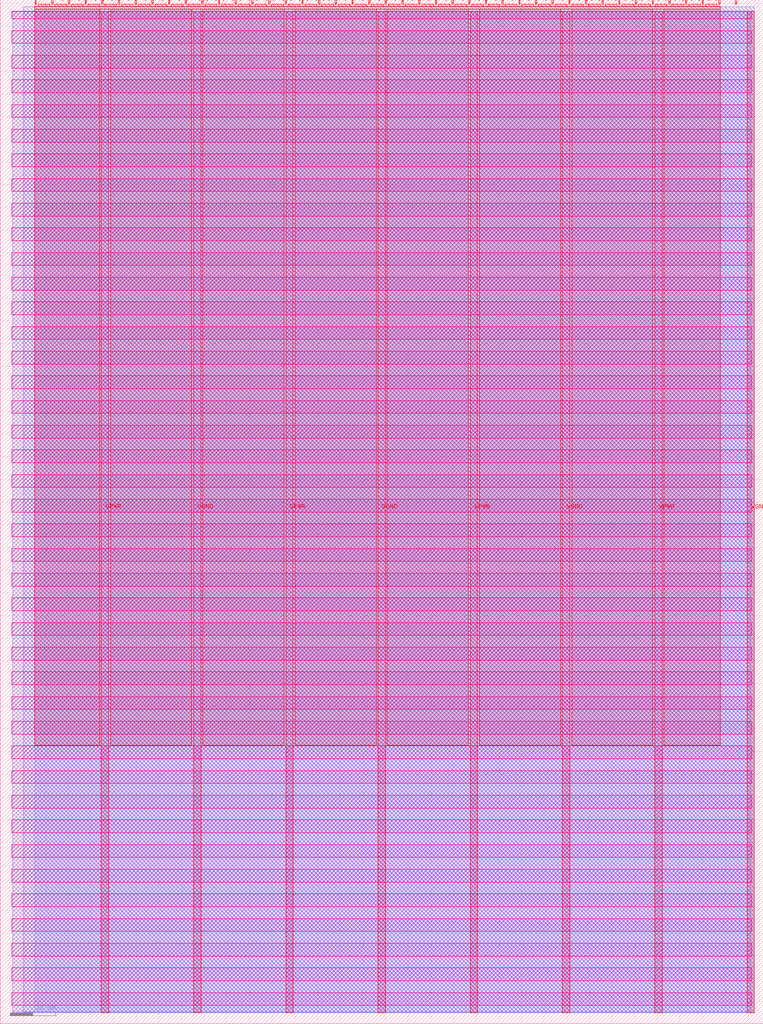
<source format=lef>
VERSION 5.7 ;
  NOWIREEXTENSIONATPIN ON ;
  DIVIDERCHAR "/" ;
  BUSBITCHARS "[]" ;
MACRO tt_um_AES
  CLASS BLOCK ;
  FOREIGN tt_um_AES ;
  ORIGIN 0.000 0.000 ;
  SIZE 168.360 BY 225.760 ;
  PIN VGND
    DIRECTION INOUT ;
    USE GROUND ;
    PORT
      LAYER met4 ;
        RECT 42.670 2.480 44.270 223.280 ;
    END
    PORT
      LAYER met4 ;
        RECT 83.380 2.480 84.980 223.280 ;
    END
    PORT
      LAYER met4 ;
        RECT 124.090 2.480 125.690 223.280 ;
    END
    PORT
      LAYER met4 ;
        RECT 164.800 2.480 166.400 223.280 ;
    END
  END VGND
  PIN VPWR
    DIRECTION INOUT ;
    USE POWER ;
    PORT
      LAYER met4 ;
        RECT 22.315 2.480 23.915 223.280 ;
    END
    PORT
      LAYER met4 ;
        RECT 63.025 2.480 64.625 223.280 ;
    END
    PORT
      LAYER met4 ;
        RECT 103.735 2.480 105.335 223.280 ;
    END
    PORT
      LAYER met4 ;
        RECT 144.445 2.480 146.045 223.280 ;
    END
  END VPWR
  PIN clk
    DIRECTION INPUT ;
    USE SIGNAL ;
    ANTENNAGATEAREA 0.852000 ;
    PORT
      LAYER met4 ;
        RECT 158.550 224.760 158.850 225.760 ;
    END
  END clk
  PIN ena
    DIRECTION INPUT ;
    USE SIGNAL ;
    PORT
      LAYER met4 ;
        RECT 162.230 224.760 162.530 225.760 ;
    END
  END ena
  PIN rst_n
    DIRECTION INPUT ;
    USE SIGNAL ;
    ANTENNAGATEAREA 0.196500 ;
    PORT
      LAYER met4 ;
        RECT 154.870 224.760 155.170 225.760 ;
    END
  END rst_n
  PIN ui_in[0]
    DIRECTION INPUT ;
    USE SIGNAL ;
    ANTENNAGATEAREA 0.196500 ;
    PORT
      LAYER met4 ;
        RECT 151.190 224.760 151.490 225.760 ;
    END
  END ui_in[0]
  PIN ui_in[1]
    DIRECTION INPUT ;
    USE SIGNAL ;
    ANTENNAGATEAREA 0.196500 ;
    PORT
      LAYER met4 ;
        RECT 147.510 224.760 147.810 225.760 ;
    END
  END ui_in[1]
  PIN ui_in[2]
    DIRECTION INPUT ;
    USE SIGNAL ;
    ANTENNAGATEAREA 0.196500 ;
    PORT
      LAYER met4 ;
        RECT 143.830 224.760 144.130 225.760 ;
    END
  END ui_in[2]
  PIN ui_in[3]
    DIRECTION INPUT ;
    USE SIGNAL ;
    ANTENNAGATEAREA 0.196500 ;
    PORT
      LAYER met4 ;
        RECT 140.150 224.760 140.450 225.760 ;
    END
  END ui_in[3]
  PIN ui_in[4]
    DIRECTION INPUT ;
    USE SIGNAL ;
    ANTENNAGATEAREA 0.196500 ;
    PORT
      LAYER met4 ;
        RECT 136.470 224.760 136.770 225.760 ;
    END
  END ui_in[4]
  PIN ui_in[5]
    DIRECTION INPUT ;
    USE SIGNAL ;
    ANTENNAGATEAREA 0.196500 ;
    PORT
      LAYER met4 ;
        RECT 132.790 224.760 133.090 225.760 ;
    END
  END ui_in[5]
  PIN ui_in[6]
    DIRECTION INPUT ;
    USE SIGNAL ;
    ANTENNAGATEAREA 0.196500 ;
    PORT
      LAYER met4 ;
        RECT 129.110 224.760 129.410 225.760 ;
    END
  END ui_in[6]
  PIN ui_in[7]
    DIRECTION INPUT ;
    USE SIGNAL ;
    ANTENNAGATEAREA 0.196500 ;
    PORT
      LAYER met4 ;
        RECT 125.430 224.760 125.730 225.760 ;
    END
  END ui_in[7]
  PIN uio_in[0]
    DIRECTION INPUT ;
    USE SIGNAL ;
    ANTENNAGATEAREA 0.196500 ;
    PORT
      LAYER met4 ;
        RECT 121.750 224.760 122.050 225.760 ;
    END
  END uio_in[0]
  PIN uio_in[1]
    DIRECTION INPUT ;
    USE SIGNAL ;
    ANTENNAGATEAREA 0.196500 ;
    PORT
      LAYER met4 ;
        RECT 118.070 224.760 118.370 225.760 ;
    END
  END uio_in[1]
  PIN uio_in[2]
    DIRECTION INPUT ;
    USE SIGNAL ;
    ANTENNAGATEAREA 0.196500 ;
    PORT
      LAYER met4 ;
        RECT 114.390 224.760 114.690 225.760 ;
    END
  END uio_in[2]
  PIN uio_in[3]
    DIRECTION INPUT ;
    USE SIGNAL ;
    ANTENNAGATEAREA 0.196500 ;
    PORT
      LAYER met4 ;
        RECT 110.710 224.760 111.010 225.760 ;
    END
  END uio_in[3]
  PIN uio_in[4]
    DIRECTION INPUT ;
    USE SIGNAL ;
    ANTENNAGATEAREA 0.196500 ;
    PORT
      LAYER met4 ;
        RECT 107.030 224.760 107.330 225.760 ;
    END
  END uio_in[4]
  PIN uio_in[5]
    DIRECTION INPUT ;
    USE SIGNAL ;
    ANTENNAGATEAREA 0.196500 ;
    PORT
      LAYER met4 ;
        RECT 103.350 224.760 103.650 225.760 ;
    END
  END uio_in[5]
  PIN uio_in[6]
    DIRECTION INPUT ;
    USE SIGNAL ;
    ANTENNAGATEAREA 0.196500 ;
    PORT
      LAYER met4 ;
        RECT 99.670 224.760 99.970 225.760 ;
    END
  END uio_in[6]
  PIN uio_in[7]
    DIRECTION INPUT ;
    USE SIGNAL ;
    ANTENNAGATEAREA 0.196500 ;
    PORT
      LAYER met4 ;
        RECT 95.990 224.760 96.290 225.760 ;
    END
  END uio_in[7]
  PIN uio_oe[0]
    DIRECTION OUTPUT TRISTATE ;
    USE SIGNAL ;
    PORT
      LAYER met4 ;
        RECT 33.430 224.760 33.730 225.760 ;
    END
  END uio_oe[0]
  PIN uio_oe[1]
    DIRECTION OUTPUT TRISTATE ;
    USE SIGNAL ;
    PORT
      LAYER met4 ;
        RECT 29.750 224.760 30.050 225.760 ;
    END
  END uio_oe[1]
  PIN uio_oe[2]
    DIRECTION OUTPUT TRISTATE ;
    USE SIGNAL ;
    PORT
      LAYER met4 ;
        RECT 26.070 224.760 26.370 225.760 ;
    END
  END uio_oe[2]
  PIN uio_oe[3]
    DIRECTION OUTPUT TRISTATE ;
    USE SIGNAL ;
    PORT
      LAYER met4 ;
        RECT 22.390 224.760 22.690 225.760 ;
    END
  END uio_oe[3]
  PIN uio_oe[4]
    DIRECTION OUTPUT TRISTATE ;
    USE SIGNAL ;
    PORT
      LAYER met4 ;
        RECT 18.710 224.760 19.010 225.760 ;
    END
  END uio_oe[4]
  PIN uio_oe[5]
    DIRECTION OUTPUT TRISTATE ;
    USE SIGNAL ;
    PORT
      LAYER met4 ;
        RECT 15.030 224.760 15.330 225.760 ;
    END
  END uio_oe[5]
  PIN uio_oe[6]
    DIRECTION OUTPUT TRISTATE ;
    USE SIGNAL ;
    PORT
      LAYER met4 ;
        RECT 11.350 224.760 11.650 225.760 ;
    END
  END uio_oe[6]
  PIN uio_oe[7]
    DIRECTION OUTPUT TRISTATE ;
    USE SIGNAL ;
    PORT
      LAYER met4 ;
        RECT 7.670 224.760 7.970 225.760 ;
    END
  END uio_oe[7]
  PIN uio_out[0]
    DIRECTION OUTPUT TRISTATE ;
    USE SIGNAL ;
    PORT
      LAYER met4 ;
        RECT 62.870 224.760 63.170 225.760 ;
    END
  END uio_out[0]
  PIN uio_out[1]
    DIRECTION OUTPUT TRISTATE ;
    USE SIGNAL ;
    PORT
      LAYER met4 ;
        RECT 59.190 224.760 59.490 225.760 ;
    END
  END uio_out[1]
  PIN uio_out[2]
    DIRECTION OUTPUT TRISTATE ;
    USE SIGNAL ;
    PORT
      LAYER met4 ;
        RECT 55.510 224.760 55.810 225.760 ;
    END
  END uio_out[2]
  PIN uio_out[3]
    DIRECTION OUTPUT TRISTATE ;
    USE SIGNAL ;
    PORT
      LAYER met4 ;
        RECT 51.830 224.760 52.130 225.760 ;
    END
  END uio_out[3]
  PIN uio_out[4]
    DIRECTION OUTPUT TRISTATE ;
    USE SIGNAL ;
    PORT
      LAYER met4 ;
        RECT 48.150 224.760 48.450 225.760 ;
    END
  END uio_out[4]
  PIN uio_out[5]
    DIRECTION OUTPUT TRISTATE ;
    USE SIGNAL ;
    PORT
      LAYER met4 ;
        RECT 44.470 224.760 44.770 225.760 ;
    END
  END uio_out[5]
  PIN uio_out[6]
    DIRECTION OUTPUT TRISTATE ;
    USE SIGNAL ;
    PORT
      LAYER met4 ;
        RECT 40.790 224.760 41.090 225.760 ;
    END
  END uio_out[6]
  PIN uio_out[7]
    DIRECTION OUTPUT TRISTATE ;
    USE SIGNAL ;
    PORT
      LAYER met4 ;
        RECT 37.110 224.760 37.410 225.760 ;
    END
  END uio_out[7]
  PIN uo_out[0]
    DIRECTION OUTPUT TRISTATE ;
    USE SIGNAL ;
    ANTENNADIFFAREA 0.445500 ;
    PORT
      LAYER met4 ;
        RECT 92.310 224.760 92.610 225.760 ;
    END
  END uo_out[0]
  PIN uo_out[1]
    DIRECTION OUTPUT TRISTATE ;
    USE SIGNAL ;
    ANTENNADIFFAREA 0.445500 ;
    PORT
      LAYER met4 ;
        RECT 88.630 224.760 88.930 225.760 ;
    END
  END uo_out[1]
  PIN uo_out[2]
    DIRECTION OUTPUT TRISTATE ;
    USE SIGNAL ;
    ANTENNADIFFAREA 0.445500 ;
    PORT
      LAYER met4 ;
        RECT 84.950 224.760 85.250 225.760 ;
    END
  END uo_out[2]
  PIN uo_out[3]
    DIRECTION OUTPUT TRISTATE ;
    USE SIGNAL ;
    ANTENNADIFFAREA 0.445500 ;
    PORT
      LAYER met4 ;
        RECT 81.270 224.760 81.570 225.760 ;
    END
  END uo_out[3]
  PIN uo_out[4]
    DIRECTION OUTPUT TRISTATE ;
    USE SIGNAL ;
    ANTENNADIFFAREA 0.445500 ;
    PORT
      LAYER met4 ;
        RECT 77.590 224.760 77.890 225.760 ;
    END
  END uo_out[4]
  PIN uo_out[5]
    DIRECTION OUTPUT TRISTATE ;
    USE SIGNAL ;
    ANTENNADIFFAREA 0.891000 ;
    PORT
      LAYER met4 ;
        RECT 73.910 224.760 74.210 225.760 ;
    END
  END uo_out[5]
  PIN uo_out[6]
    DIRECTION OUTPUT TRISTATE ;
    USE SIGNAL ;
    ANTENNADIFFAREA 0.445500 ;
    PORT
      LAYER met4 ;
        RECT 70.230 224.760 70.530 225.760 ;
    END
  END uo_out[6]
  PIN uo_out[7]
    DIRECTION OUTPUT TRISTATE ;
    USE SIGNAL ;
    ANTENNADIFFAREA 0.445500 ;
    PORT
      LAYER met4 ;
        RECT 66.550 224.760 66.850 225.760 ;
    END
  END uo_out[7]
  OBS
      LAYER nwell ;
        RECT 2.570 221.625 165.790 223.230 ;
        RECT 2.570 216.185 165.790 219.015 ;
        RECT 2.570 210.745 165.790 213.575 ;
        RECT 2.570 205.305 165.790 208.135 ;
        RECT 2.570 199.865 165.790 202.695 ;
        RECT 2.570 194.425 165.790 197.255 ;
        RECT 2.570 188.985 165.790 191.815 ;
        RECT 2.570 183.545 165.790 186.375 ;
        RECT 2.570 178.105 165.790 180.935 ;
        RECT 2.570 172.665 165.790 175.495 ;
        RECT 2.570 167.225 165.790 170.055 ;
        RECT 2.570 161.785 165.790 164.615 ;
        RECT 2.570 156.345 165.790 159.175 ;
        RECT 2.570 150.905 165.790 153.735 ;
        RECT 2.570 145.465 165.790 148.295 ;
        RECT 2.570 140.025 165.790 142.855 ;
        RECT 2.570 134.585 165.790 137.415 ;
        RECT 2.570 129.145 165.790 131.975 ;
        RECT 2.570 123.705 165.790 126.535 ;
        RECT 2.570 118.265 165.790 121.095 ;
        RECT 2.570 112.825 165.790 115.655 ;
        RECT 2.570 107.385 165.790 110.215 ;
        RECT 2.570 101.945 165.790 104.775 ;
        RECT 2.570 96.505 165.790 99.335 ;
        RECT 2.570 91.065 165.790 93.895 ;
        RECT 2.570 85.625 165.790 88.455 ;
        RECT 2.570 80.185 165.790 83.015 ;
        RECT 2.570 74.745 165.790 77.575 ;
        RECT 2.570 69.305 165.790 72.135 ;
        RECT 2.570 63.865 165.790 66.695 ;
        RECT 2.570 58.425 165.790 61.255 ;
        RECT 2.570 52.985 165.790 55.815 ;
        RECT 2.570 47.545 165.790 50.375 ;
        RECT 2.570 42.105 165.790 44.935 ;
        RECT 2.570 36.665 165.790 39.495 ;
        RECT 2.570 31.225 165.790 34.055 ;
        RECT 2.570 25.785 165.790 28.615 ;
        RECT 2.570 20.345 165.790 23.175 ;
        RECT 2.570 14.905 165.790 17.735 ;
        RECT 2.570 9.465 165.790 12.295 ;
        RECT 2.570 4.025 165.790 6.855 ;
      LAYER li1 ;
        RECT 2.760 2.635 165.600 223.125 ;
      LAYER met1 ;
        RECT 2.760 2.480 166.400 223.280 ;
      LAYER met2 ;
        RECT 5.160 2.535 166.370 224.245 ;
      LAYER met3 ;
        RECT 7.630 2.555 166.390 224.225 ;
      LAYER met4 ;
        RECT 8.370 224.360 10.950 224.760 ;
        RECT 12.050 224.360 14.630 224.760 ;
        RECT 15.730 224.360 18.310 224.760 ;
        RECT 19.410 224.360 21.990 224.760 ;
        RECT 23.090 224.360 25.670 224.760 ;
        RECT 26.770 224.360 29.350 224.760 ;
        RECT 30.450 224.360 33.030 224.760 ;
        RECT 34.130 224.360 36.710 224.760 ;
        RECT 37.810 224.360 40.390 224.760 ;
        RECT 41.490 224.360 44.070 224.760 ;
        RECT 45.170 224.360 47.750 224.760 ;
        RECT 48.850 224.360 51.430 224.760 ;
        RECT 52.530 224.360 55.110 224.760 ;
        RECT 56.210 224.360 58.790 224.760 ;
        RECT 59.890 224.360 62.470 224.760 ;
        RECT 63.570 224.360 66.150 224.760 ;
        RECT 67.250 224.360 69.830 224.760 ;
        RECT 70.930 224.360 73.510 224.760 ;
        RECT 74.610 224.360 77.190 224.760 ;
        RECT 78.290 224.360 80.870 224.760 ;
        RECT 81.970 224.360 84.550 224.760 ;
        RECT 85.650 224.360 88.230 224.760 ;
        RECT 89.330 224.360 91.910 224.760 ;
        RECT 93.010 224.360 95.590 224.760 ;
        RECT 96.690 224.360 99.270 224.760 ;
        RECT 100.370 224.360 102.950 224.760 ;
        RECT 104.050 224.360 106.630 224.760 ;
        RECT 107.730 224.360 110.310 224.760 ;
        RECT 111.410 224.360 113.990 224.760 ;
        RECT 115.090 224.360 117.670 224.760 ;
        RECT 118.770 224.360 121.350 224.760 ;
        RECT 122.450 224.360 125.030 224.760 ;
        RECT 126.130 224.360 128.710 224.760 ;
        RECT 129.810 224.360 132.390 224.760 ;
        RECT 133.490 224.360 136.070 224.760 ;
        RECT 137.170 224.360 139.750 224.760 ;
        RECT 140.850 224.360 143.430 224.760 ;
        RECT 144.530 224.360 147.110 224.760 ;
        RECT 148.210 224.360 150.790 224.760 ;
        RECT 151.890 224.360 154.470 224.760 ;
        RECT 155.570 224.360 158.150 224.760 ;
        RECT 7.655 223.680 158.865 224.360 ;
        RECT 7.655 61.375 21.915 223.680 ;
        RECT 24.315 61.375 42.270 223.680 ;
        RECT 44.670 61.375 62.625 223.680 ;
        RECT 65.025 61.375 82.980 223.680 ;
        RECT 85.380 61.375 103.335 223.680 ;
        RECT 105.735 61.375 123.690 223.680 ;
        RECT 126.090 61.375 144.045 223.680 ;
        RECT 146.445 61.375 158.865 223.680 ;
  END
END tt_um_AES
END LIBRARY


</source>
